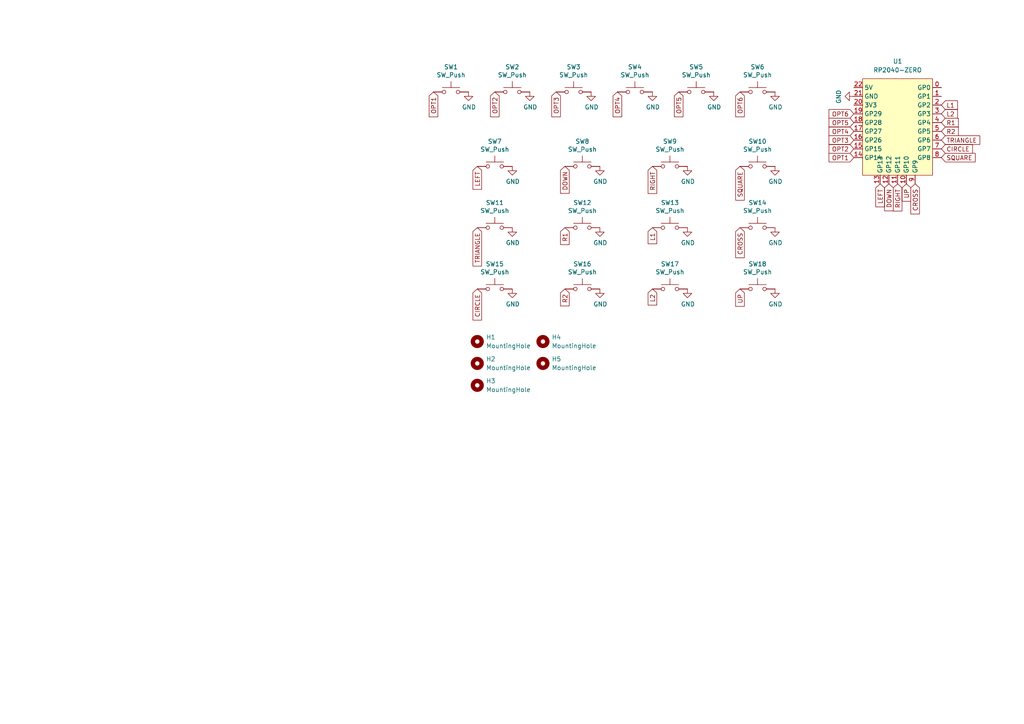
<source format=kicad_sch>
(kicad_sch (version 20230121) (generator eeschema)
  (paper "A4")
  (lib_symbols
    (symbol "Mechanical:MountingHole" (pin_names (offset 1.016))
      (property "Reference" "H" (at 0 5.08 0))
      (property "Value" "MountingHole" (at 0 3.175 0))
      (symbol "MountingHole_0_1"
        (circle (center 0 0) (radius 1.27) (stroke (width 1.27)))
      )
    )
    (symbol "RP2040-Zero_1"
      (property "Reference" "RP2040-Zero" (at 5.08 13.97 0))
      (property "Value" "RP2040-Zero" (at 5.08 15.24 0))
      (symbol "RP2040-Zero_1_0_1"
        (rectangle (start -5.08 12.7) (end 15.24 -15.24) (fill (type background)))
      )
      (symbol "RP2040-Zero_1_1_1"
        (pin bidirectional line (at 17.78 10.16 180) (length 2.54) (name "GP0") (number "0"))
        (pin bidirectional line (at 17.78 7.62 180) (length 2.54) (name "GP1") (number "1"))
        (pin bidirectional line (at 7.62 -17.78 90) (length 2.54) (name "GP10") (number "10"))
        (pin bidirectional line (at 5.08 -17.78 90) (length 2.54) (name "GP11") (number "11"))
        (pin bidirectional line (at 2.54 -17.78 90) (length 2.54) (name "GP12") (number "12"))
        (pin bidirectional line (at 0 -17.78 90) (length 2.54) (name "GP13") (number "13"))
        (pin bidirectional line (at -7.62 -10.16 0) (length 2.54) (name "GP14") (number "14"))
        (pin bidirectional line (at -7.62 -7.62 0) (length 2.54) (name "GP15") (number "15"))
        (pin bidirectional line (at -7.62 -5.08 0) (length 2.54) (name "GP26") (number "16"))
        (pin bidirectional line (at -7.62 -2.54 0) (length 2.54) (name "GP27") (number "17"))
        (pin bidirectional line (at -7.62 0 0) (length 2.54) (name "GP28") (number "18"))
        (pin bidirectional line (at -7.62 2.54 0) (length 2.54) (name "GP29") (number "19"))
        (pin bidirectional line (at 17.78 5.08 180) (length 2.54) (name "GP2") (number "2"))
        (pin power_in line (at -7.62 5.08 0) (length 2.54) (name "3V3") (number "20"))
        (pin power_in line (at -7.62 7.62 0) (length 2.54) (name "GND") (number "21"))
        (pin power_in line (at -7.62 10.16 0) (length 2.54) (name "5V") (number "22"))
        (pin bidirectional line (at 17.78 2.54 180) (length 2.54) (name "GP3") (number "3"))
        (pin bidirectional line (at 17.78 0 180) (length 2.54) (name "GP4") (number "4"))
        (pin bidirectional line (at 17.78 -2.54 180) (length 2.54) (name "GP5") (number "5"))
        (pin bidirectional line (at 17.78 -5.08 180) (length 2.54) (name "GP6") (number "6"))
        (pin bidirectional line (at 17.78 -7.62 180) (length 2.54) (name "GP7") (number "7"))
        (pin bidirectional line (at 17.78 -10.16 180) (length 2.54) (name "GP8") (number "8"))
        (pin bidirectional line (at 10.16 -17.78 90) (length 2.54) (name "GP9") (number "9"))
      )
    )
    (symbol "Switch:SW_Push" (pin_numbers hide) (pin_names (offset 1.016) hide)
      (property "Reference" "SW" (at 1.27 2.54 0))
      (property "Value" "SW_Push" (at 0 -1.524 0))
      (symbol "SW_Push_0_1"
        (circle (center -2.032 0) (radius 0.508))
        (polyline (pts (xy 0 1.27) (xy 0 3.048)))
        (polyline (pts (xy 2.54 1.27) (xy -2.54 1.27)))
        (circle (center 2.032 0) (radius 0.508))
        (pin passive line (at -5.08 0 0) (length 2.54) (name "1") (number "1"))
        (pin passive line (at 5.08 0 180) (length 2.54) (name "2") (number "2"))
      )
    )
    (symbol "power:GND" (power) (pin_names (offset 0))
      (property "Value" "GND" (at 0 -3.81 0))
      (symbol "GND_0_1"
        (polyline (pts (xy 0 0) (xy 0 -1.27) (xy 1.27 -1.27) (xy 0 -2.54) (xy -1.27 -1.27) (xy 0 -1.27)))
      )
      (symbol "GND_1_1"
        (pin power_in line (at 0 0 270) (length 0) hide (name "GND") (number "1"))
      )
    )
  )
  (global_label "L1" (shape input) (at 273.05 30.48 0) (property "Intersheetrefs" "${INTERSHEET_REFS}" (effects hide)))
  (global_label "CIRCLE" (shape input) (at 273.05 43.18 0) (property "Intersheetrefs" "${INTERSHEET_REFS}" (effects hide)))
  (global_label "TRIANGLE" (shape input) (at 138.43 66.04 270) (property "Intersheetrefs" "${INTERSHEET_REFS}" (effects hide)))
  (global_label "CROSS" (shape input) (at 214.63 66.04 270) (property "Intersheetrefs" "${INTERSHEET_REFS}" (effects hide)))
  (global_label "R2" (shape input) (at 163.83 83.82 270) (property "Intersheetrefs" "${INTERSHEET_REFS}" (effects hide)))
  (global_label "OPT1" (shape input) (at 247.65 45.72 180) (property "Intersheetrefs" "${INTERSHEET_REFS}" (effects hide)))
  (global_label "SQUARE" (shape input) (at 273.05 45.72 0) (property "Intersheetrefs" "${INTERSHEET_REFS}" (effects hide)))
  (global_label "L2" (shape input) (at 189.23 83.82 270) (property "Intersheetrefs" "${INTERSHEET_REFS}" (effects hide)))
  (global_label "R1" (shape input) (at 163.83 66.04 270) (property "Intersheetrefs" "${INTERSHEET_REFS}" (effects hide)))
  (global_label "RIGHT" (shape input) (at 189.23 48.26 270) (property "Intersheetrefs" "${INTERSHEET_REFS}" (effects hide)))
  (global_label "RIGHT" (shape input) (at 260.35 53.34 270) (property "Intersheetrefs" "${INTERSHEET_REFS}" (effects hide)))
  (global_label "OPT6" (shape input) (at 247.65 33.02 180) (property "Intersheetrefs" "${INTERSHEET_REFS}" (effects hide)))
  (global_label "SQUARE" (shape input) (at 214.63 48.26 270) (property "Intersheetrefs" "${INTERSHEET_REFS}" (effects hide)))
  (global_label "UP" (shape input) (at 262.89 53.34 270) (property "Intersheetrefs" "${INTERSHEET_REFS}" (effects hide)))
  (global_label "OPT6" (shape input) (at 214.63 26.67 270) (property "Intersheetrefs" "${INTERSHEET_REFS}" (effects hide)))
  (global_label "OPT2" (shape input) (at 143.51 26.67 270) (property "Intersheetrefs" "${INTERSHEET_REFS}" (effects hide)))
  (global_label "UP" (shape input) (at 214.63 83.82 270) (property "Intersheetrefs" "${INTERSHEET_REFS}" (effects hide)))
  (global_label "LEFT" (shape input) (at 255.27 53.34 270) (property "Intersheetrefs" "${INTERSHEET_REFS}" (effects hide)))
  (global_label "OPT2" (shape input) (at 247.65 43.18 180) (property "Intersheetrefs" "${INTERSHEET_REFS}" (effects hide)))
  (global_label "R1" (shape input) (at 273.05 35.56 0) (property "Intersheetrefs" "${INTERSHEET_REFS}" (effects hide)))
  (global_label "DOWN" (shape input) (at 163.83 48.26 270) (property "Intersheetrefs" "${INTERSHEET_REFS}" (effects hide)))
  (global_label "TRIANGLE" (shape input) (at 273.05 40.64 0) (property "Intersheetrefs" "${INTERSHEET_REFS}" (effects hide)))
  (global_label "CROSS" (shape input) (at 265.43 53.34 270) (property "Intersheetrefs" "${INTERSHEET_REFS}" (effects hide)))
  (global_label "OPT3" (shape input) (at 247.65 40.64 180) (property "Intersheetrefs" "${INTERSHEET_REFS}" (effects hide)))
  (global_label "LEFT" (shape input) (at 138.43 48.26 270) (property "Intersheetrefs" "${INTERSHEET_REFS}" (effects hide)))
  (global_label "OPT4" (shape input) (at 179.07 26.67 270) (property "Intersheetrefs" "${INTERSHEET_REFS}" (effects hide)))
  (global_label "OPT5" (shape input) (at 247.65 35.56 180) (property "Intersheetrefs" "${INTERSHEET_REFS}" (effects hide)))
  (global_label "OPT5" (shape input) (at 196.85 26.67 270) (property "Intersheetrefs" "${INTERSHEET_REFS}" (effects hide)))
  (global_label "L1" (shape input) (at 189.23 66.04 270) (property "Intersheetrefs" "${INTERSHEET_REFS}" (effects hide)))
  (global_label "CIRCLE" (shape input) (at 138.43 83.82 270) (property "Intersheetrefs" "${INTERSHEET_REFS}" (effects hide)))
  (global_label "R2" (shape input) (at 273.05 38.1 0) (property "Intersheetrefs" "${INTERSHEET_REFS}" (effects hide)))
  (global_label "OPT1" (shape input) (at 125.73 26.67 270) (property "Intersheetrefs" "${INTERSHEET_REFS}" (effects hide)))
  (global_label "L2" (shape input) (at 273.05 33.02 0) (property "Intersheetrefs" "${INTERSHEET_REFS}" (effects hide)))
  (global_label "DOWN" (shape input) (at 257.81 53.34 270) (property "Intersheetrefs" "${INTERSHEET_REFS}" (effects hide)))
  (global_label "OPT4" (shape input) (at 247.65 38.1 180) (property "Intersheetrefs" "${INTERSHEET_REFS}" (effects hide)))
  (global_label "OPT3" (shape input) (at 161.29 26.67 270) (property "Intersheetrefs" "${INTERSHEET_REFS}" (effects hide)))
  (symbol (lib_id "Switch:SW_Push") (at 130.81 26.67 0) (unit 1)
    (property "Reference" "SW1" (at 130.81 19.431 0))
    (property "Value" "SW_Push" (at 130.81 21.7424 0))
    (property "Footprint" "Button_Switch_THT:SW_PUSH_6mm_H5mm" (effects hide))
  )
  (symbol (lib_id "Switch:SW_Push") (at 148.59 26.67 0) (unit 1)
    (property "Reference" "SW2" (at 148.59 19.431 0))
    (property "Value" "SW_Push" (at 148.59 21.7424 0))
    (property "Footprint" "Button_Switch_THT:SW_PUSH_6mm_H5mm" (effects hide))
  )
  (symbol (lib_id "Switch:SW_Push") (at 166.37 26.67 0) (unit 1)
    (property "Reference" "SW3" (at 166.37 19.431 0))
    (property "Value" "SW_Push" (at 166.37 21.7424 0))
    (property "Footprint" "Button_Switch_THT:SW_PUSH_6mm_H5mm" (effects hide))
  )
  (symbol (lib_id "Switch:SW_Push") (at 184.15 26.67 0) (unit 1)
    (property "Reference" "SW4" (at 184.15 19.431 0))
    (property "Value" "SW_Push" (at 184.15 21.7424 0))
    (property "Footprint" "Button_Switch_THT:SW_PUSH_6mm_H5mm" (effects hide))
  )
  (symbol (lib_id "Switch:SW_Push") (at 201.93 26.67 0) (unit 1)
    (property "Reference" "SW5" (at 201.93 19.431 0))
    (property "Value" "SW_Push" (at 201.93 21.7424 0))
    (property "Footprint" "Button_Switch_THT:SW_PUSH_6mm_H5mm" (effects hide))
  )
  (symbol (lib_id "Switch:SW_Push") (at 219.71 26.67 0) (unit 1)
    (property "Reference" "SW6" (at 219.71 19.431 0))
    (property "Value" "SW_Push" (at 219.71 21.7424 0))
    (property "Footprint" "Button_Switch_THT:SW_PUSH_6mm_H5mm" (effects hide))
  )
  (symbol (lib_id "power:GND") (at 135.89 26.67 0) (unit 1)
    (property "Reference" "#PWR01" (effects hide))
    (property "Value" "GND" (at 136.017 31.0642 0))
  )
  (symbol (lib_id "power:GND") (at 153.67 26.67 0) (unit 1)
    (property "Reference" "#PWR02" (effects hide))
    (property "Value" "GND" (at 153.797 31.0642 0))
  )
  (symbol (lib_id "power:GND") (at 171.45 26.67 0) (unit 1)
    (property "Reference" "#PWR03" (effects hide))
    (property "Value" "GND" (at 171.577 31.0642 0))
  )
  (symbol (lib_id "power:GND") (at 189.23 26.67 0) (unit 1)
    (property "Reference" "#PWR04" (effects hide))
    (property "Value" "GND" (at 189.357 31.0642 0))
  )
  (symbol (lib_id "power:GND") (at 207.01 26.67 0) (unit 1)
    (property "Reference" "#PWR05" (effects hide))
    (property "Value" "GND" (at 207.137 31.0642 0))
  )
  (symbol (lib_id "power:GND") (at 224.79 26.67 0) (unit 1)
    (property "Reference" "#PWR06" (effects hide))
    (property "Value" "GND" (at 224.917 31.0642 0))
  )
  (symbol (lib_id "Switch:SW_Push") (at 143.51 48.26 0) (unit 1)
    (property "Reference" "SW7" (at 143.51 41.021 0))
    (property "Value" "SW_Push" (at 143.51 43.3324 0))
    (property "Footprint" "keyswitches.pretty-2.1:KAILHCHOK_V2_GATERON_SW_HS_(KAILH)" (effects hide))
  )
  (symbol (lib_id "Switch:SW_Push") (at 219.71 83.82 0) (unit 1)
    (property "Reference" "SW18" (at 219.71 76.581 0))
    (property "Value" "SW_Push" (at 219.71 78.8924 0))
    (property "Footprint" "keyswitches.pretty-2.1:KAILHCHOK_V2_GATERON_SW_HS_(KAILH)" (effects hide))
  )
  (symbol (lib_id "Switch:SW_Push") (at 168.91 66.04 0) (unit 1)
    (property "Reference" "SW12" (at 168.91 58.801 0))
    (property "Value" "SW_Push" (at 168.91 61.1124 0))
    (property "Footprint" "keyswitches.pretty-2.1:KAILHCHOK_V2_GATERON_SW_HS_(KAILH)" (effects hide))
  )
  (symbol (lib_id "Switch:SW_Push") (at 143.51 83.82 0) (unit 1)
    (property "Reference" "SW15" (at 143.51 76.581 0))
    (property "Value" "SW_Push" (at 143.51 78.8924 0))
    (property "Footprint" "keyswitches.pretty-2.1:KAILHCHOK_V2_GATERON_SW_HS_(KAILH)" (effects hide))
  )
  (symbol (lib_id "Switch:SW_Push") (at 168.91 48.26 0) (unit 1)
    (property "Reference" "SW8" (at 168.91 41.021 0))
    (property "Value" "SW_Push" (at 168.91 43.3324 0))
    (property "Footprint" "keyswitches.pretty-2.1:KAILHCHOK_V2_GATERON_SW_HS_(KAILH)" (effects hide))
  )
  (symbol (lib_id "Switch:SW_Push") (at 219.71 48.26 0) (unit 1)
    (property "Reference" "SW10" (at 219.71 41.021 0))
    (property "Value" "SW_Push" (at 219.71 43.3324 0))
    (property "Footprint" "keyswitches.pretty-2.1:KAILHCHOK_V2_GATERON_SW_HS_(KAILH)" (effects hide))
  )
  (symbol (lib_id "Switch:SW_Push") (at 194.31 66.04 0) (unit 1)
    (property "Reference" "SW13" (at 194.31 58.801 0))
    (property "Value" "SW_Push" (at 194.31 61.1124 0))
    (property "Footprint" "keyswitches.pretty-2.1:KAILHCHOK_V2_GATERON_SW_HS_(KAILH)" (effects hide))
  )
  (symbol (lib_id "Switch:SW_Push") (at 168.91 83.82 0) (unit 1)
    (property "Reference" "SW16" (at 168.91 76.581 0))
    (property "Value" "SW_Push" (at 168.91 78.8924 0))
    (property "Footprint" "keyswitches.pretty-2.1:KAILHCHOK_V2_GATERON_SW_HS_(KAILH)" (effects hide))
  )
  (symbol (lib_id "Switch:SW_Push") (at 194.31 48.26 0) (unit 1)
    (property "Reference" "SW9" (at 194.31 41.021 0))
    (property "Value" "SW_Push" (at 194.31 43.3324 0))
    (property "Footprint" "keyswitches.pretty-2.1:KAILHCHOK_V2_GATERON_SW_HS_(KAILH)" (effects hide))
  )
  (symbol (lib_id "Switch:SW_Push") (at 143.51 66.04 0) (unit 1)
    (property "Reference" "SW11" (at 143.51 58.801 0))
    (property "Value" "SW_Push" (at 143.51 61.1124 0))
    (property "Footprint" "keyswitches.pretty-2.1:KAILHCHOK_V2_GATERON_SW_HS_(KAILH)" (effects hide))
  )
  (symbol (lib_id "Switch:SW_Push") (at 219.71 66.04 0) (unit 1)
    (property "Reference" "SW14" (at 219.71 58.801 0))
    (property "Value" "SW_Push" (at 219.71 61.1124 0))
    (property "Footprint" "keyswitches.pretty-2.1:KAILHCHOK_V2_GATERON_SW_HS_(KAILH)" (effects hide))
  )
  (symbol (lib_id "Switch:SW_Push") (at 194.31 83.82 0) (unit 1)
    (property "Reference" "SW17" (at 194.31 76.581 0))
    (property "Value" "SW_Push" (at 194.31 78.8924 0))
    (property "Footprint" "keyswitches.pretty-2.1:KAILHCHOK_V2_GATERON_SW_HS_(KAILH)" (effects hide))
  )
  (symbol (lib_id "power:GND") (at 148.59 48.26 0) (unit 1)
    (property "Reference" "#PWR07" (effects hide))
    (property "Value" "GND" (at 148.717 52.6542 0))
  )
  (symbol (lib_id "power:GND") (at 224.79 83.82 0) (unit 1)
    (property "Reference" "#PWR018" (effects hide))
    (property "Value" "GND" (at 224.917 88.2142 0))
  )
  (symbol (lib_id "power:GND") (at 173.99 66.04 0) (unit 1)
    (property "Reference" "#PWR012" (effects hide))
    (property "Value" "GND" (at 174.117 70.4342 0))
  )
  (symbol (lib_id "power:GND") (at 148.59 83.82 0) (unit 1)
    (property "Reference" "#PWR015" (effects hide))
    (property "Value" "GND" (at 148.717 88.2142 0))
  )
  (symbol (lib_id "power:GND") (at 173.99 48.26 0) (unit 1)
    (property "Reference" "#PWR08" (effects hide))
    (property "Value" "GND" (at 174.117 52.6542 0))
  )
  (symbol (lib_id "power:GND") (at 224.79 48.26 0) (unit 1)
    (property "Reference" "#PWR010" (effects hide))
    (property "Value" "GND" (at 224.917 52.6542 0))
  )
  (symbol (lib_id "power:GND") (at 199.39 66.04 0) (unit 1)
    (property "Reference" "#PWR013" (effects hide))
    (property "Value" "GND" (at 199.517 70.4342 0))
  )
  (symbol (lib_id "power:GND") (at 173.99 83.82 0) (unit 1)
    (property "Reference" "#PWR016" (effects hide))
    (property "Value" "GND" (at 174.117 88.2142 0))
  )
  (symbol (lib_id "power:GND") (at 199.39 83.82 0) (unit 1)
    (property "Reference" "#PWR017" (effects hide))
    (property "Value" "GND" (at 199.517 88.2142 0))
  )
  (symbol (lib_id "power:GND") (at 224.79 66.04 0) (unit 1)
    (property "Reference" "#PWR014" (effects hide))
    (property "Value" "GND" (at 224.917 70.4342 0))
  )
  (symbol (lib_id "power:GND") (at 148.59 66.04 0) (unit 1)
    (property "Reference" "#PWR011" (effects hide))
    (property "Value" "GND" (at 148.717 70.4342 0))
  )
  (symbol (lib_id "power:GND") (at 199.39 48.26 0) (unit 1)
    (property "Reference" "#PWR09" (effects hide))
    (property "Value" "GND" (at 199.517 52.6542 0))
  )
  (symbol (lib_id "Mechanical:MountingHole") (at 138.43 111.76 0) (unit 1)
    (property "Reference" "H3" (at 140.97 110.4899 0) (effects (justify left)))
    (property "Value" "MountingHole" (at 140.97 113.0299 0) (effects (justify left)))
    (property "Footprint" "MountingHole:MountingHole_2.2mm_M2" (effects hide))
  )
  (symbol (lib_name "RP2040-Zero_1") (lib_id "RP2040-Zero:RP2040-Zero") (at 255.27 35.56 0) (unit 1)
    (property "Reference" "U1" (at 260.35 17.78 0))
    (property "Value" "RP2040-ZERO" (at 260.35 20.32 0))
    (property "Footprint" "Flatbox-GATERON-compact:RP2040-Zero" (effects hide))
  )
  (symbol (lib_id "Mechanical:MountingHole") (at 138.43 99.06 0) (unit 1)
    (property "Reference" "H1" (at 140.97 97.7899 0) (effects (justify left)))
    (property "Value" "MountingHole" (at 140.97 100.3299 0) (effects (justify left)))
    (property "Footprint" "MountingHole:MountingHole_2.2mm_M2" (effects hide))
  )
  (symbol (lib_id "Mechanical:MountingHole") (at 157.48 99.06 0) (unit 1)
    (property "Reference" "H4" (at 160.02 97.7899 0) (effects (justify left)))
    (property "Value" "MountingHole" (at 160.02 100.3299 0) (effects (justify left)))
    (property "Footprint" "MountingHole:MountingHole_2.2mm_M2" (effects hide))
  )
  (symbol (lib_id "power:GND") (at 247.65 27.94 270) (unit 1)
    (property "Reference" "#PWR020" (effects hide))
    (property "Value" "GND" (at 243.2558 28.067 0))
  )
  (symbol (lib_id "Mechanical:MountingHole") (at 157.48 105.41 0) (unit 1)
    (property "Reference" "H5" (at 160.02 104.1399 0) (effects (justify left)))
    (property "Value" "MountingHole" (at 160.02 106.6799 0) (effects (justify left)))
    (property "Footprint" "MountingHole:MountingHole_2.2mm_M2" (effects hide))
  )
  (symbol (lib_id "Mechanical:MountingHole") (at 138.43 105.41 0) (unit 1)
    (property "Reference" "H2" (at 140.97 104.1399 0) (effects (justify left)))
    (property "Value" "MountingHole" (at 140.97 106.6799 0) (effects (justify left)))
    (property "Footprint" "MountingHole:MountingHole_2.2mm_M2" (effects hide))
  )
)
</source>
